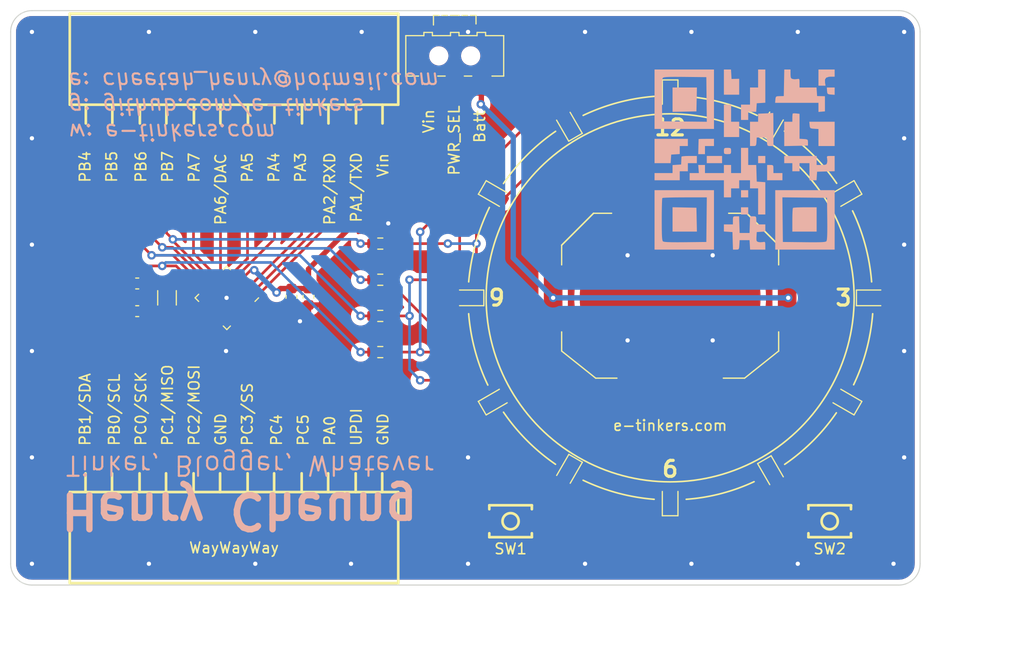
<source format=kicad_pcb>
(kicad_pcb (version 20211014) (generator pcbnew)
  (layers (0 "F.Cu" signal) (31 "B.Cu" signal) (34 "B.Paste" user) (35 "F.Paste" user) (36 "B.SilkS" user "B.Silkscreen") (37 "F.SilkS" user "F.Silkscreen") (38 "B.Mask" user) (39 "F.Mask" user) (44 "Edge.Cuts" user))
  (net 0 "")
  (net 1 "TOSC2")
  (net 2 "GND")
  (net 3 "TOSC1")
  (net 4 "VCC")
  (net 5 "Net-(D1-Pad1)")
  (net 6 "Net-(D1-Pad2)")
  (net 7 "Vin")
  (net 8 "PA3")
  (net 9 "PA4")
  (net 10 "PA5")
  (net 11 "PA6{slash}DAC")
  (net 12 "PA7")
  (net 13 "PB7")
  (net 14 "PB6")
  (net 15 "PB5")
  (net 16 "PB4")
  (net 17 "PB1{slash}SDA")
  (net 18 "PB0{slash}SCL")
  (net 19 "PC5")
  (net 20 "PC4")
  (net 21 "PC3{slash}SS")
  (net 22 "PC2{slash}MOSI")
  (net 23 "PC1{slash}MISO")
  (net 24 "PC0{slash}SCK")
  (net 25 "Net-(BT1-PadP1)")
  (net 26 "Net-(D3-Pad1)")
  (net 27 "Net-(D10-Pad2)")
  (net 28 "PA1{slash}TXD")
  (net 29 "PA2{slash}RXD")
  (net 30 "PA0")
  (footprint "LED_SMD:LED_0603_1608Metric" (layer "F.Cu") (at 131.625 77.366 -30)
    (fp_text reference "D10")
    (fp_text value "10")
    (pad "1" smd roundrect (at -0.7875 0 330) (size 0.875 0.95) (layers "F.Cu" "F.Paste" "F.Mask") (net 5 "Net-(D1-Pad1)"))
    (pad "2" smd roundrect (at 0.7875 0 330) (size 0.875 0.95) (layers "F.Cu" "F.Paste" "F.Mask") (net 27 "Net-(D10-Pad2)"))
  )
  (footprint "easyeda2kicad:XKB_Connection_TS-1185-B-A-B-A" (layer "F.Cu") (at 133 108 180)
    (fp_text reference "SW1" (at 0 -2.6) (layer "F.SilkS"))
    (fp_text value "SW_Push")
    (pad "1" smd rect (at -2.2 0 180) (size 1.35 2) (layers "F.Cu" "F.Paste" "F.Mask") (net 2 "GND"))
    (pad "2" smd rect (at 2.2 0 180) (size 1.35 2) (layers "F.Cu" "F.Paste" "F.Mask") (net 19 "PC5"))
  )
  (footprint "Package_DFN_QFN:QFN-24-1EP_4x4mm_P0.5mm_EP2.6x2.6mm" (layer "F.Cu") (at 106.325 87 -135)
    (fp_text reference "U1")
    (fp_text value "ATtiny3227-M")
    (pad "1" smd roundrect (at -1.9375 -1.25 225) (size 0.825 0.25) (layers "F.Cu" "F.Paste" "F.Mask") (net 29 "PA2{slash}RXD"))
    (pad "2" smd roundrect (at -1.9375 -0.75 225) (size 0.825 0.25) (layers "F.Cu" "F.Paste" "F.Mask") (net 8 "PA3"))
    (pad "3" smd roundrect (at -1.9375 -0.25 225) (size 0.825 0.25) (layers "F.Cu" "F.Paste" "F.Mask") (net 2 "GND"))
    (pad "4" smd roundrect (at -1.9375 0.25 225) (size 0.825 0.25) (layers "F.Cu" "F.Paste" "F.Mask") (net 4 "VCC"))
    (pad "5" smd roundrect (at -1.9375 0.75 225) (size 0.825 0.25) (layers "F.Cu" "F.Paste" "F.Mask") (net 9 "PA4"))
    (pad "6" smd roundrect (at -1.9375 1.25 225) (size 0.825 0.25) (layers "F.Cu" "F.Paste" "F.Mask") (net 10 "PA5"))
    (pad "7" smd roundrect (at -1.25 1.9375 225) (size 0.25 0.825) (layers "F.Cu" "F.Paste" "F.Mask") (net 11 "PA6{slash}DAC"))
    (pad "8" smd roundrect (at -0.75 1.9375 225) (size 0.25 0.825) (layers "F.Cu" "F.Paste" "F.Mask") (net 12 "PA7"))
    (pad "9" smd roundrect (at -0.25 1.9375 225) (size 0.25 0.825) (layers "F.Cu" "F.Paste" "F.Mask") (net 13 "PB7"))
    (pad "10" smd roundrect (at 0.25 1.9375 225) (size 0.25 0.825) (layers "F.Cu" "F.Paste" "F.Mask") (net 14 "PB6"))
    (pad "11" smd roundrect (at 0.75 1.9375 225) (size 0.25 0.825) (layers "F.Cu" "F.Paste" "F.Mask") (net 15 "PB5"))
    (pad "12" smd roundrect (at 1.25 1.9375 225) (size 0.25 0.825) (layers "F.Cu" "F.Paste" "F.Mask") (net 16 "PB4"))
    (pad "13" smd roundrect (at 1.9375 1.25 225) (size 0.825 0.25) (layers "F.Cu" "F.Paste" "F.Mask") (net 3 "TOSC1"))
    (pad "14" smd roundrect (at 1.9375 0.75 225) (size 0.825 0.25) (layers "F.Cu" "F.Paste" "F.Mask") (net 1 "TOSC2"))
    (pad "15" smd roundrect (at 1.9375 0.25 225) (size 0.825 0.25) (layers "F.Cu" "F.Paste" "F.Mask") (net 17 "PB1{slash}SDA"))
    (pad "16" smd roundrect (at 1.9375 -0.25 225) (size 0.825 0.25) (layers "F.Cu" "F.Paste" "F.Mask") (net 18 "PB0{slash}SCL"))
    (pad "17" smd roundrect (at 1.9375 -0.75 225) (size 0.825 0.25) (layers "F.Cu" "F.Paste" "F.Mask") (net 24 "PC0{slash}SCK"))
    (pad "18" smd roundrect (at 1.9375 -1.25 225) (size 0.825 0.25) (layers "F.Cu" "F.Paste" "F.Mask") (net 23 "PC1{slash}MISO"))
    (pad "19" smd roundrect (at 1.25 -1.9375 225) (size 0.25 0.825) (layers "F.Cu" "F.Paste" "F.Mask") (net 22 "PC2{slash}MOSI"))
    (pad "20" smd roundrect (at 0.75 -1.9375 225) (size 0.25 0.825) (layers "F.Cu" "F.Paste" "F.Mask") (net 21 "PC3{slash}SS"))
    (pad "21" smd roundrect (at 0.25 -1.9375 225) (size 0.25 0.825) (layers "F.Cu" "F.Paste" "F.Mask") (net 20 "PC4"))
    (pad "22" smd roundrect (at -0.25 -1.9375 225) (size 0.25 0.825) (layers "F.Cu" "F.Paste" "F.Mask") (net 19 "PC5"))
    (pad "23" smd roundrect (at -0.75 -1.9375 225) (size 0.25 0.825) (layers "F.Cu" "F.Paste" "F.Mask") (net 30 "PA0"))
    (pad "24" smd roundrect (at -1.25 -1.9375 225) (size 0.25 0.825) (layers "F.Cu" "F.Paste" "F.Mask") (net 28 "PA1{slash}TXD"))
    (pad "25" smd rect (at 0 0 225) (size 2.6 2.6) (layers "F.Cu" "F.Mask") (net 2 "GND"))
  )
  (footprint "Capacitor_SMD:C_0603_1608Metric" (layer "F.Cu") (at 114 86.9 -90)
    (fp_text reference "C4")
    (fp_text value "100nF")
    (pad "1" smd roundrect (at -0.775 0 270) (size 0.9 0.95) (layers "F.Cu" "F.Paste" "F.Mask") (net 4 "VCC"))
    (pad "2" smd roundrect (at 0.775 0 270) (size 0.9 0.95) (layers "F.Cu" "F.Paste" "F.Mask") (net 2 "GND"))
  )
  (footprint "Resistor_SMD:R_0603_1608Metric" (layer "F.Cu") (at 120.75 81.9)
    (fp_text reference "R4")
    (fp_text value "1.5k")
    (pad "1" smd roundrect (at -0.825 0) (size 0.8 0.95) (layers "F.Cu" "F.Paste" "F.Mask") (net 13 "PB7"))
    (pad "2" smd roundrect (at 0.825 0) (size 0.8 0.95) (layers "F.Cu" "F.Paste" "F.Mask") (net 27 "Net-(D10-Pad2)"))
  )
  (footprint "LED_SMD:LED_0603_1608Metric" (layer "F.Cu") (at 138.36 70.62 120)
    (fp_text reference "D11")
    (fp_text value "11")
    (pad "1" smd roundrect (at -0.7875 0 120) (size 0.875 0.95) (layers "F.Cu" "F.Paste" "F.Mask") (net 27 "Net-(D10-Pad2)"))
    (pad "2" smd roundrect (at 0.7875 0 120) (size 0.875 0.95) (layers "F.Cu" "F.Paste" "F.Mask") (net 6 "Net-(D1-Pad2)"))
  )
  (footprint "Resistor_SMD:R_0603_1608Metric" (layer "F.Cu") (at 120.75 88.7)
    (fp_text reference "R2")
    (fp_text value "1.5k")
    (pad "1" smd roundrect (at -0.825 0) (size 0.8 0.95) (layers "F.Cu" "F.Paste" "F.Mask") (net 15 "PB5"))
    (pad "2" smd roundrect (at 0.825 0) (size 0.8 0.95) (layers "F.Cu" "F.Paste" "F.Mask") (net 5 "Net-(D1-Pad1)"))
  )
  (footprint "easyeda2kicad:HDR-SMD_12P-P2.54-H-F-L11.5" (layer "F.Cu") (at 107 71.8425 180)
    (fp_text reference "J1")
    (fp_text value "Conn_01x12_Female")
    (pad "1" smd rect (at -13.97 0 180) (size 1 2) (layers "F.Cu" "F.Paste" "F.Mask") (net 7 "Vin"))
    (pad "2" smd rect (at -11.43 0 180) (size 1 2) (layers "F.Cu" "F.Paste" "F.Mask") (net 28 "PA1{slash}TXD"))
    (pad "3" smd rect (at -8.89 0 180) (size 1 2) (layers "F.Cu" "F.Paste" "F.Mask") (net 29 "PA2{slash}RXD"))
    (pad "4" smd rect (at -6.35 0 180) (size 1 2) (layers "F.Cu" "F.Paste" "F.Mask") (net 8 "PA3"))
    (pad "5" smd rect (at -3.81 0 180) (size 1 2) (layers "F.Cu" "F.Paste" "F.Mask") (net 9 "PA4"))
    (pad "6" smd rect (at -1.27 0 180) (size 1 2) (layers "F.Cu" "F.Paste" "F.Mask") (net 10 "PA5"))
    (pad "7" smd rect (at 1.27 0 180) (size 1 2) (layers "F.Cu" "F.Paste" "F.Mask") (net 11 "PA6{slash}DAC"))
    (pad "8" smd rect (at 3.81 0 180) (size 1 2) (layers "F.Cu" "F.Paste" "F.Mask") (net 12 "PA7"))
    (pad "9" smd rect (at 6.35 0 180) (size 1 2) (layers "F.Cu" "F.Paste" "F.Mask") (net 13 "PB7"))
    (pad "10" smd rect (at 8.89 0 180) (size 1 2) (layers "F.Cu" "F.Paste" "F.Mask") (net 14 "PB6"))
    (pad "11" smd rect (at 11.43 0 180) (size 1 2) (layers "F.Cu" "F.Paste" "F.Mask") (net 15 "PB5"))
    (pad "12" smd rect (at 13.97 0 180) (size 1 2) (layers "F.Cu" "F.Paste" "F.Mask") (net 16 "PB4"))
  )
  (footprint "Resistor_SMD:R_0603_1608Metric" (layer "F.Cu") (at 120.75 85.3)
    (fp_text reference "R3")
    (fp_text value "1.5k")
    (pad "1" smd roundrect (at -0.825 0) (size 0.8 0.95) (layers "F.Cu" "F.Paste" "F.Mask") (net 14 "PB6"))
    (pad "2" smd roundrect (at 0.825 0) (size 0.8 0.95) (layers "F.Cu" "F.Paste" "F.Mask") (net 26 "Net-(D3-Pad1)"))
  )
  (footprint "Resistor_SMD:R_0603_1608Metric" (layer "F.Cu") (at 120.75 92.1)
    (fp_text reference "R1")
    (fp_text value "1.5k")
    (pad "1" smd roundrect (at -0.825 0) (size 0.8 0.95) (layers "F.Cu" "F.Paste" "F.Mask") (net 16 "PB4"))
    (pad "2" smd roundrect (at 0.825 0) (size 0.8 0.95) (layers "F.Cu" "F.Paste" "F.Mask") (net 6 "Net-(D1-Pad2)"))
  )
  (footprint "LED_SMD:LED_0603_1608Metric" (layer "F.Cu") (at 148 68 -90)
    (fp_text reference "D12")
    (fp_text value "12" (at 3 0 180) (layer "F.SilkS") (effects (font (size 1.5 1.5) (thickness 0.3))))
    (pad "1" smd roundrect (at -0.7875 0 270) (size 0.875 0.95) (layers "F.Cu" "F.Paste" "F.Mask") (net 6 "Net-(D1-Pad2)"))
    (pad "2" smd roundrect (at 0.7875 0 270) (size 0.875 0.95) (layers "F.Cu" "F.Paste" "F.Mask") (net 27 "Net-(D10-Pad2)"))
  )
  (footprint "Capacitor_SMD:C_0603_1608Metric" (layer "F.Cu") (at 97.9 88.25 180)
    (fp_text reference "C1")
    (fp_text value "18pF")
    (pad "1" smd roundrect (at -0.775 0 180) (size 0.9 0.95) (layers "F.Cu" "F.Paste" "F.Mask") (net 1 "TOSC2"))
    (pad "2" smd roundrect (at 0.775 0 180) (size 0.9 0.95) (layers "F.Cu" "F.Paste" "F.Mask") (net 2 "GND"))
  )
  (footprint "LED_SMD:LED_0603_1608Metric" (layer "F.Cu") (at 167 87)
    (fp_text reference "D3")
    (fp_text value "3" (at -2.7 0) (layer "F.SilkS") (effects (font (size 1.5 1.5) (thickness 0.3))))
    (pad "1" smd roundrect (at -0.7875 0) (size 0.875 0.95) (layers "F.Cu" "F.Paste" "F.Mask") (net 26 "Net-(D3-Pad1)"))
    (pad "2" smd roundrect (at 0.7875 0) (size 0.875 0.95) (layers "F.Cu" "F.Paste" "F.Mask") (net 5 "Net-(D1-Pad1)"))
  )
  (footprint "LED_SMD:LED_0603_1608Metric" (layer "F.Cu") (at 164.37 77.36 -150)
    (fp_text reference "D2")
    (fp_text value "2")
    (pad "1" smd roundrect (at -0.7875 0 210) (size 0.875 0.95) (layers "F.Cu" "F.Paste" "F.Mask") (net 6 "Net-(D1-Pad2)"))
    (pad "2" smd roundrect (at 0.7875 0 210) (size 0.875 0.95) (layers "F.Cu" "F.Paste" "F.Mask") (net 5 "Net-(D1-Pad1)"))
  )
  (footprint "LED_SMD:LED_0603_1608Metric" (layer "F.Cu") (at 157.6 70.6 60)
    (fp_text reference "D1")
    (fp_text value "1" hide)
    (pad "1" smd roundrect (at -0.7875 0 60) (size 0.875 0.95) (layers "F.Cu" "F.Paste" "F.Mask") (net 5 "Net-(D1-Pad1)"))
    (pad "2" smd roundrect (at 0.7875 0 60) (size 0.875 0.95) (layers "F.Cu" "F.Paste" "F.Mask") (net 6 "Net-(D1-Pad2)"))
  )
  (footprint "easyeda2kicad:XKB_Connection_TS-1185-B-A-B-A" (layer "F.Cu") (at 163 108 180)
    (fp_text reference "SW2" (at 0 -2.6) (layer "F.SilkS"))
    (fp_text value "SW_Push")
    (pad "1" smd rect (at -2.2 0 180) (size 1.35 2) (layers "F.Cu" "F.Paste" "F.Mask") (net 2 "GND"))
    (pad "2" smd rect (at 2.2 0 180) (size 1.35 2) (layers "F.Cu" "F.Paste" "F.Mask") (net 20 "PC4"))
  )
  (footprint "LED_SMD:LED_0603_1608Metric" (layer "F.Cu") (at 164.37 96.63 150)
    (fp_text reference "D4")
    (fp_text value "4")
    (pad "1" smd roundrect (at -0.7875 0 150) (size 0.875 0.95) (layers "F.Cu" "F.Paste" "F.Mask") (net 5 "Net-(D1-Pad1)"))
    (pad "2" smd roundrect (at 0.7875 0 150) (size 0.875 0.95) (layers "F.Cu" "F.Paste" "F.Mask") (net 26 "Net-(D3-Pad1)"))
  )
  (footprint "Crystal:Crystal_SMD_3215-2Pin_3.2x1.5mm" (layer "F.Cu") (at 100.7 87 -90)
    (fp_text reference "Y1")
    (fp_text value "32.768kHz")
    (pad "1" smd rect (at 1.25 0 270) (size 1 1.8) (layers "F.Cu" "F.Paste" "F.Mask") (net 1 "TOSC2"))
    (pad "2" smd rect (at -1.25 0 270) (size 1 1.8) (layers "F.Cu" "F.Paste" "F.Mask") (net 3 "TOSC1"))
  )
  (footprint "my_library:BatteryHolder_CR2016_SMD" (layer "F.Cu") (at 148 87 180)
    (fp_text reference "BT1")
    (fp_text value "CR2016")
    (pad "N" smd circle (at 0 0 180) (size 17 17) (layers "F.Cu" "F.Mask") (net 2 "GND"))
    (pad "P1" smd rect (at -11 0 180) (size 1.75 5.6) (layers "F.Cu" "F.Paste" "F.Mask") (net 25 "Net-(BT1-PadP1)"))
    (pad "P2" smd rect (at 11 0 180) (size 1.75 5.6) (layers "F.Cu" "F.Paste" "F.Mask") (net 25 "Net-(BT1-PadP1)"))
  )
  (footprint "LED_SMD:LED_0603_1608Metric" (layer "F.Cu") (at 138.37 103.37 -120)
    (fp_text reference "D7")
    (fp_text value "7")
    (pad "1" smd roundrect (at -0.7875 0 240) (size 0.875 0.95) (layers "F.Cu" "F.Paste" "F.Mask") (net 26 "Net-(D3-Pad1)"))
    (pad "2" smd roundrect (at 0.7875 0 240) (size 0.875 0.95) (layers "F.Cu" "F.Paste" "F.Mask") (net 6 "Net-(D1-Pad2)"))
  )
  (footprint "LED_SMD:LED_0603_1608Metric" (layer "F.Cu") (at 157.6 103.5 -60)
    (fp_text reference "D5")
    (fp_text value "5")
    (pad "1" smd roundrect (at -0.7875 0 300) (size 0.875 0.95) (layers "F.Cu" "F.Paste" "F.Mask") (net 27 "Net-(D10-Pad2)"))
    (pad "2" smd roundrect (at 0.7875 0 300) (size 0.875 0.95) (layers "F.Cu" "F.Paste" "F.Mask") (net 26 "Net-(D3-Pad1)"))
  )
  (footprint "my_library:SW_SPDT_XKB_SK-3390A-L1" (layer "F.Cu") (at 127.75 64.25 180)
    (fp_text reference "SW3")
    (fp_text value "PWR_SEL" (at 0.05 -7.95 90) (layer "F.SilkS"))
    (pad "" np_thru_hole circle (at -1.5 0 180) (size 0.8 0.8) (drill 0.8) (layers *.Cu *.Mask))
    (pad "" np_thru_hole circle (at 1.5 0 180) (size 0.8 0.8) (drill 0.8) (layers *.Cu *.Mask))
    (pad "1" smd rect (at -2.5 -2.75 180) (size 1.5 2) (layers "F.Cu" "F.Paste" "F.Mask") (net 25 "Net-(BT1-PadP1)"))
    (pad "2" smd rect (at 0 -2.75 180) (size 1.5 2) (layers "F.Cu" "F.Paste" "F.Mask") (net 4 "VCC"))
    (pad "3" smd rect (at 2.5 -2.75 180) (size 1.5 2) (layers "F.Cu" "F.Paste" "F.Mask") (net 7 "Vin"))
  )
  (footprint "Capacitor_SMD:C_0603_1608Metric" (layer "F.Cu") (at 112.4 86.9 -90)
    (fp_text reference "C3")
    (fp_text value "1uF")
    (pad "1" smd roundrect (at -0.775 0 270) (size 0.9 0.95) (layers "F.Cu" "F.Paste" "F.Mask") (net 4 "VCC"))
    (pad "2" smd roundrect (at 0.775 0 270) (size 0.9 0.95) (layers "F.Cu" "F.Paste" "F.Mask") (net 2 "GND"))
  )
  (footprint "LED_SMD:LED_0603_1608Metric" (layer "F.Cu") (at 131.62 96.63 30)
    (fp_text reference "D8")
    (fp_text value "8")
    (pad "1" smd roundrect (at -0.7875 0 30) (size 0.875 0.95) (layers "F.Cu" "F.Paste" "F.Mask") (net 6 "Net-(D1-Pad2)"))
    (pad "2" smd roundrect (at 0.7875 0 30) (size 0.875 0.95) (layers "F.Cu" "F.Paste" "F.Mask") (net 26 "Net-(D3-Pad1)"))
  )
  (footprint "LED_SMD:LED_0603_1608Metric" (layer "F.Cu") (at 129 87 180)
    (fp_text reference "D9")
    (fp_text value "9" (at -2.7 0) (layer "F.SilkS") (effects (font (size 1.5 1.5) (thickness 0.3))))
    (pad "1" smd roundrect (at -0.7875 0 180) (size 0.875 0.95) (layers "F.Cu" "F.Paste" "F.Mask") (net 27 "Net-(D10-Pad2)"))
    (pad "2" smd roundrect (at 0.7875 0 180) (size 0.875 0.95) (layers "F.Cu" "F.Paste" "F.Mask") (net 5 "Net-(D1-Pad1)"))
  )
  (footprint "easyeda2kicad:HDR-SMD_12P-P2.54-H-F-L11.5" (layer "F.Cu") (at 107 102.2575)
    (fp_text reference "J2")
    (fp_text value "Conn_01x12_Female")
    (pad "1" smd rect (at -13.97 0) (size 1 2) (layers "F.Cu" "F.Paste" "F.Mask") (net 17 "PB1{slash}SDA"))
    (pad "2" smd rect (at -11.43 0) (size 1 2) (layers "F.Cu" "F.Paste" "F.Mask") (net 18 "PB0{slash}SCL"))
    (pad "3" smd rect (at -8.89 0) (size 1 2) (layers "F.Cu" "F.Paste" "F.Mask") (net 24 "PC0{slash}SCK"))
    (pad "4" smd rect (at -6.35 0) (size 1 2) (layers "F.Cu" "F.Paste" "F.Mask") (net 23 "PC1{slash}MISO"))
    (pad "5" smd rect (at -3.81 0) (size 1 2) (layers "F.Cu" "F.Paste" "F.Mask") (net 22 "PC2{slash}MOSI"))
    (pad "6" smd rect (at -1.27 0) (size 1 2) (layers "F.Cu" "F.Paste" "F.Mask") (net 2 "GND"))
    (pad "7" smd rect (at 1.27 0) (size 1 2) (layers "F.Cu" "F.Paste" "F.Mask") (net 21 "PC3{slash}SS"))
    (pad "8" smd rect (at 3.81 0) (size 1 2) (layers "F.Cu" "F.Paste" "F.Mask") (net 20 "PC4"))
    (pad "9" smd rect (at 6.35 0) (size 1 2) (layers "F.Cu" "F.Paste" "F.Mask") (net 19 "PC5"))
    (pad "10" smd rect (at 8.89 0) (size 1 2) (layers "F.Cu" "F.Paste" "F.Mask") (net 30 "PA0"))
    (pad "11" smd rect (at 11.43 0) (size 1 2) (layers "F.Cu" "F.Paste" "F.Mask") (net 30 "PA0"))
    (pad "12" smd rect (at 13.97 0) (size 1 2) (layers "F.Cu" "F.Paste" "F.Mask") (net 2 "GND"))
  )
  (footprint "LED_SMD:LED_0603_1608Metric" (layer "F.Cu") (at 148 106 90)
    (fp_text reference "D6")
    (fp_text value "6" (at 2.9 0 180) (layer "F.SilkS") (effects (font (size 1.5 1.5) (thickness 0.3))))
    (pad "1" smd roundrect (at -0.7875 0 90) (size 0.875 0.95) (layers "F.Cu" "F.Paste" "F.Mask") (net 26 "Net-(D3-Pad1)"))
    (pad "2" smd roundrect (at 0.7875 0 90) (size 0.875 0.95) (layers "F.Cu" "F.Paste" "F.Mask") (net 27 "Net-(D10-Pad2)"))
  )
  (footprint "Capacitor_SMD:C_0603_1608Metric" (layer "F.Cu") (at 97.9 85.65 180)
    (fp_text reference "C2")
    (fp_text value "18pF")
    (pad "1" smd roundrect (at -0.775 0 180) (size 0.9 0.95) (layers "F.Cu" "F.Paste" "F.Mask") (net 3 "TOSC1"))
    (pad "2" smd roundrect (at 0.775 0 180) (size 0.9 0.95) (layers "F.Cu" "F.Paste" "F.Mask") (net 2 "GND"))
  )
  (footprint "LOGO" (layer "B.Cu") (at 155 74)
    (fp_text reference "G***")
    (fp_text value "LOGO" hide)
  )
  (gr_arc (start 149.487 68.058) (mid 152.913785 68.646184) (end 156.176 69.849) (layer "F.SilkS") (width 0.15))
  (gr_circle (center 148 87) (end 165.3 87) (layer "F.SilkS") (width 0.15) (fill none))
  (gr_arc (start 167.04 88.495) (mid 166.451673 91.914739) (end 165.25 95.17) (layer "F.SilkS") (width 0.15))
  (gr_arc (start 163.625 97.809) (mid 161.419096 100.454648) (end 158.768 102.654) (layer "F.SilkS") (width 0.15))
  (gr_arc (start 129.06 85.497) (mid 129.711671 81.910594) (end 131.006 78.503) (layer "F.SilkS") (width 0.15))
  (gr_arc (start 165.151 78.824) (mid 166.352081 82.078307) (end 166.94 85.497) (layer "F.SilkS") (width 0.15))
  (gr_arc (start 146.496 105.94) (mid 143.075715 105.351219) (end 139.82 104.149) (layer "F.SilkS") (width 0.15))
  (gr_arc (start 132.331 76.253) (mid 134.555555 73.574377) (end 137.231 71.346) (layer "F.SilkS") (width 0.15))
  (gr_arc (start 137.222 102.647) (mid 134.55306 100.423572) (end 132.334 97.751) (layer "F.SilkS") (width 0.15))
  (gr_arc (start 158.743 71.329) (mid 161.423761 73.554871) (end 163.654 76.232) (layer "F.SilkS") (width 0.15))
  (gr_arc (start 130.859 95.198) (mid 129.651041 91.929198) (end 129.059 88.495) (layer "F.SilkS") (width 0.15))
  (gr_arc (start 139.823 69.849) (mid 143.085215 68.646184) (end 146.512 68.058) (layer "F.SilkS") (width 0.15))
  (gr_arc (start 155.892 104.283) (mid 152.777583 105.404166) (end 149.511 105.939) (layer "F.SilkS") (width 0.15))
  (gr_line (start 171.5 62) (end 171.5 112) (layer "Edge.Cuts") (width 0.1))
  (gr_arc (start 171.5 112) (mid 170.914214 113.414214) (end 169.5 114) (layer "Edge.Cuts") (width 0.1))
  (gr_line (start 88 60) (end 169.5 60) (layer "Edge.Cuts") (width 0.1))
  (gr_arc (start 169.5 60) (mid 170.914214 60.585786) (end 171.5 62) (layer "Edge.Cuts") (width 0.1))
  (gr_line (start 169.5 114) (end 88 114) (layer "Edge.Cuts") (width 0.1))
  (gr_arc (start 86 62) (mid 86.585786 60.585786) (end 88 60) (layer "Edge.Cuts") (width 0.1))
  (gr_line (start 86 112) (end 86 62) (layer "Edge.Cuts") (width 0.1))
  (gr_arc (start 88 114) (mid 86.585786 113.414214) (end 86 112) (layer "Edge.Cuts") (width 0.1))
  (gr_text "w: e-tinkers.com\ng: github.com/e-tinkers\ne: cheetah_henry@hotmail.com" (at 91.25 69 180) (layer "B.SilkS") (effects (font (size 1.5 1.5) (thickness 0.2) italic) (justify left mirror)))
  (gr_text "Henry Cheung" (at 107.5 107 180) (layer "B.SilkS") (effects (font (size 3.2 3.2) (thickness 0.6)) (justify mirror)))
  (gr_text "Tinker, Blogger, Whatever" (at 108.5 102.75 180) (layer "B.SilkS") (effects (font (size 1.8 1.8) (thickness 0.2)) (justify mirror)))
  (gr_text "PC5" (at 113.5 101 90) (layer "F.SilkS") (effects (font (size 1 1)) (justify left)))
  (gr_text "WayWayWay" (at 107 110.5) (layer "F.SilkS") (effects (font (size 1 1))))
  (gr_text "PB1/SDA" (at 93 101 90) (layer "F.SilkS") (effects (font (size 1 1)) (justify left)))
  (gr_text "Vin" (at 121 75.75 90) (layer "F.SilkS") (effects (font (size 1 1)) (justify left)))
  (gr_text "Vin" (at 125.3 70.4 90) (layer "F.SilkS") (effects (font (size 1 1))))
  (gr_text "PB6" (at 98.25 76.25 90) (layer "F.SilkS") (effects (font (size 1 1)) (justify left)))
  (gr_text "Batt" (at 130.1 70.9 90) (layer "F.SilkS") (effects (font (size 1 1))))
  (gr_text "GND" (at 105.75 97.75 90) (layer "F.SilkS") (effects (font (size 1 1)) (justify right)))
  (gr_text "PA5" (at 108.25 76.25 90) (layer "F.SilkS") (effects (font (size 1 1)) (justify left)))
  (gr_text "PC0/SCK" (at 98.25 101 90) (layer "F.SilkS") (effects (font (size 1 1)) (justify left)))
  (gr_text "PA6/DAC" (at 105.75 80.25 90) (layer "F.SilkS") (effects (font (size 1 1)) (justify left)))
  (gr_text "GND" (at 121 101 90) (layer "F.SilkS") (effects (font (size 1 1)) (justify left)))
  (gr_text "PB0/SCL" (at 95.75 101 90) (layer "F.SilkS") (effects (font (size 1 1)) (justify left)))
  (gr_text "UPDI" (at 118.5 101 90) (layer "F.SilkS") (effects (font (size 1 1)) (justify left)))
  (gr_text "PC4" (at 111 101 90) (layer "F.SilkS") (effects (font (size 1 1)) (justify left)))
  (gr_text "PC3/SS" (at 108.25 101 90) (layer "F.SilkS") (effects (font (size 1 1)) (justify left)))
  (gr_text "PA0" (at 116 101 90) (layer "F.SilkS") (effects (font (size 1 1)) (justify left)))
  (gr_text "PB5" (at 95.5 76.25 90) (layer "F.SilkS") (effects (font (size 1 1)) (justify left)))
  (gr_text "PA2/RXD" (at 116 80.25 90) (layer "F.SilkS") (effects (font (size 1 1)) (justify left)))
  (gr_text "PB7" (at 100.75 76.25 90) (layer "F.SilkS") (effects (font (size 1 1)) (justify left)))
  (gr_text "PA7" (at 103.25 76.25 90) (layer "F.SilkS") (effects (font (size 1 1)) (justify left)))
  (gr_text "PA4" (at 110.75 76.25 90) (layer "F.SilkS") (effects (font (size 1 1)) (justify left)))
  (gr_text "e-tinkers.com" (at 148 99) (layer "F.SilkS") (effects (font (size 1 1))))
  (gr_text "PC1/MISO" (at 100.75 101 90) (layer "F.SilkS") (effects (font (size 1 1)) (justify left)))
  (gr_text "PC2/MOSI" (at 103.25 101 90) (layer "F.SilkS") (effects (font (size 1 1)) (justify left)))
  (gr_text "PA3" (at 113.25 76.25 90) (layer "F.SilkS") (effects (font (size 1 1)) (justify left)))
  (gr_text "PB4" (at 93 76.25 90) (layer "F.SilkS") (effects (font (size 1 1)) (justify left)))
  (gr_text "PA1/TXD" (at 118.5 80 90) (layer "F.SilkS") (effects (font (size 1 1)) (justify left)))
  (segment (start 98.675 88.25) (end 100.7 88.25) (width 0.25) (layer "F.Cu") (net 1))
  (segment (start 100.7 88.25) (end 104.01434 88.25) (width 0.25) (layer "F.Cu") (net 1))
  (segment (start 104.01434 88.25) (end 104.424651 87.839689) (width 0.25) (layer "F.Cu") (net 1))
  (segment (start 106.325 87) (end 106.678553 87) (width 0.25) (layer "F.Cu") (net 2))
  (segment (start 106.678553 87) (end 107.871796 85.806757) (width 0.25) (layer "F.Cu") (net 2))
  (via (at 129 62) (size 0.8) (drill 0.4) (layers "F.Cu" "B.Cu") (net 2))
  (via (at 88 112) (size 0.8) (drill 0.4) (layers "F.Cu" "B.Cu") (net 2))
  (via (at 160 62) (size 0.8) (drill 0.4) (layers "F.Cu" "B.Cu") (net 2))
  (via (at 119 62) (size 0.8) (drill 0.4) (layers "F.Cu" "B.Cu") (net 2))
  (via (at 88 62) (size 0.8) (drill 0.4) (layers "F.Cu" "B.Cu") (net 2))
  (via (at 129 102) (size 0.8) (drill 0.4) (layers "F.Cu" "B.Cu") (net 2))
  (via (at 106.3 87) (size 0.8) (drill 0.4) (layers "F.Cu" "B.Cu") (net 2))
  (via (at 144 91) (size 0.8) (drill 0.4) (layers "F.Cu" "B.Cu") (net 2))
  (via (at 160 112) (size 0.8) (drill 0.4) (layers "F.Cu" "B.Cu") (net 2))
  (via (at 118 112) (size 0.8) (drill 0.4) (layers "F.Cu" "B.Cu") (net 2))
  (via (at 88 72) (size 0.8) (drill 0.4) (layers "F.Cu" "B.Cu") (net 2))
  (via (at 88 82) (size 0.8) (drill 0.4) (layers "F.Cu" "B.Cu") (net 2))
  (via (at 170 92) (size 0.8) (drill 0.4) (layers "F.Cu" "B.Cu") (net 2))
  (via (at 169 112) (size 0.8) (drill 0.4) (layers "F.Cu" "B.Cu") (net 2))
  (via (at 170 62) (size 0.8) (drill 0.4) (layers "F.Cu" "B.Cu") (net 2))
  (via (at 170 72) (size 0.8) (drill 0.4) (layers "F.Cu" "B.Cu") (net 2))
  (via (at 88 92) (size 0.8) (drill 0.4) (layers "F.Cu" "B.Cu") (net 2))
  (via (at 109 62) (size 0.8) (drill 0.4) (layers "F.Cu" "B.Cu") (net 2))
  (via (at 113.2 89.2) (size 0.8) (drill 0.4) (layers "F.Cu" "B.Cu") (net 2))
  (via (at 140 62) (size 0.8) (drill 0.4) (layers "F.Cu" "B.Cu") (net 2))
  (via (at 106.25 92) (size 0.8) (drill 0.4) (layers "F.Cu" "B.Cu") (net 2))
  (via (at 129 112) (size 0.8) (drill 0.4) (layers "F.Cu" "B.Cu") (net 2))
  (via (at 144 83) (size 0.8) (drill 0.4) (layers "F.Cu" "B.Cu") (net 2))
  (via (at 170 102) (size 0.8) (drill 0.4) (layers "F.Cu" "B.Cu") (net 2))
  (via (at 99 112) (size 0.8) (drill 0.4) (layers "F.Cu" "B.Cu") (net 2))
  (via (at 140 112) (size 0.8) (drill 0.4) (layers "F.Cu" "B.Cu") (net 2))
  (via (at 150 112) (size 0.8) (drill 0.4) (layers "F.Cu" "B.Cu") (net 2))
  (via (at 88 102) (size 0.8) (drill 0.4) (layers "F.Cu" "B.Cu") (net 2))
  (via (at 152 83) (size 0.8) (drill 0.4) (layers "F.Cu" "B.Cu") (net 2))
  (via (at 150 62) (size 0.8) (drill 0.4) (layers "F.Cu" "B.Cu") (net 2))
  (via (at 99 62) (size 0.8) (drill 0.4) (layers "F.Cu" "B.Cu") (net 2))
  (via (at 152 91) (size 0.8) (drill 0.4) (layers "F.Cu" "B.Cu") (net 2))
  (via (at 121.5 80) (size 0.8) (drill 0.4) (layers "F.Cu" "B.Cu") (net 2))
  (via (at 170 82) (size 0.8) (drill 0.4) (layers "F.Cu" "B.Cu") (net 2))
  (via (at 109 112) (size 0.8) (drill 0.4) (layers "F.Cu" "B.Cu") (net 2))
  (segment (start 98.675 85.65) (end 100.6 85.65) (width 0.25) (layer "F.Cu") (net 3))
  (segment (start 104.071097 87.486136) (end 102.334961 85.75) (width 0.25) (layer "F.Cu") (net 3))
  (segment (start 100.6 85.65) (end 100.7 85.75) (width 0.25) (layer "F.Cu") (net 3))
  (segment (start 102.334961 85.75) (end 100.7 85.75) (width 0.25) (layer "F.Cu") (net 3))
  (segment (start 112.4 86.125) (end 111.375 86.125) (width 0.5) (layer "F.Cu") (net 4))
  (segment (start 114 84.3) (end 127.75 70.55) (width 0.5) (layer "F.Cu") (net 4))
  (segment (start 127.75 70.55) (end 127.75 67) (width 0.5) (layer "F.Cu") (net 4))
  (segment (start 114 86.125) (end 112.4 86.125) (width 0.5) (layer "F.Cu") (net 4))
  (segment (start 114 86.125) (end 114 84.3) (width 0.5) (layer "F.Cu") (net 4))
  (segment (start 108.9 84.4) (end 108.571447 84.4) (width 0.25) (layer "F.Cu") (net 4))
  (segment (start 108.571447 84.4) (end 107.518243 85.453204) (width 0.25) (layer "F.Cu") (net 4))
  (segment (start 111.375 86.125) (end 111 86.5) (width 0.5) (layer "F.Cu") (net 4))
  (via (at 111 86.5) (size 0.8) (drill 0.4) (layers "F.Cu" "B.Cu") (net 4))
  (via (at 108.9 84.4) (size 0.8) (drill 0.4) (layers "F.Cu" "B.Cu") (net 4))
  (segment (start 111 86.5) (end 108.9 84.4) (width 0.5) (layer "B.Cu") (net 4))
  (segment (start 167.7875 94.288245) (end 165.051995 97.02375) (width 0.25) (layer "F.Cu") (net 5))
  (segment (start 165.051995 98.448005) (end 155.75 107.75) (width 0.25) (layer "F.Cu") (net 5))
  (segment (start 167.7875 81.853245) (end 167.7875 87) (width 0.25) (layer "F.Cu") (net 5))
  (segment (start 121.575 88.7) (end 123.5 88.7) (width 0.25) (layer "F.Cu") (net 5))
  (segment (start 163.688005 77.75375) (end 167.7875 81.853245) (width 0.25) (layer "F.Cu") (net 5))
  (segment (start 157.20625 71.281995) (end 157.21625 71.281995) (width 0.25) (layer "F.Cu") (net 5))
  (segment (start 167.7875 87) (end 167.7875 94.288245) (width 0.25) (layer "F.Cu") (net 5))
  (segment (start 155.75 107.75) (end 139.25 107.75) (width 0.25) (layer "F.Cu") (net 5))
  (segment (start 139.25 107.75) (end 126.25 94.75) (width 0.25) (layer "F.Cu") (net 5))
  (segment (start 126.25 94.75) (end 124.5 94.75) (width 0.25) (layer "F.Cu") (net 5))
  (segment (start 130.943005 76.97225) (end 128.2125 79.702755) (width 0.25) (layer "F.Cu") (net 5))
  (segment (start 128.2125 79.702755) (end 128.2125 87) (width 0.25) (layer "F.Cu") (net 5))
  (segment (start 157.21625 71.281995) (end 163.688005 77.75375) (width 0.25) (layer "F.Cu") (net 5))
  (segment (start 165.051995 97.02375) (end 165.051995 98.448005) (width 0.25) (layer "F.Cu") (net 5))
  (segment (start 123.5 85.3) (end 126.5125 85.3) (width 0.25) (layer "F.Cu") (net 5))
  (segment (start 126.5125 85.3) (end 128.2125 87) (width 0.25) (layer "F.Cu") (net 5))
  (via (at 123.5 88.7) (size 0.8) (drill 0.4) (layers "F.Cu" "B.Cu") (net 5))
  (via (at 124.5 94.75) (size 0.8) (drill 0.4) (layers "F.Cu" "B.Cu") (net 5))
  (via (at 123.5 85.3) (size 0.8) (drill 0.4) (layers "F.Cu" "B.Cu") (net 5))
  (segment (start 123.5 93.75) (end 124.5 94.75) (width 0.25) (layer "B.Cu") (net 5))
  (segment (start 123.5 88.7) (end 123.5 93.75) (width 0.25) (layer "B.Cu") (net 5))
  (segment (start 123.5 85.3) (end 123.5 88.7) (width 0.25) (layer "B.Cu") (net 5))
  (segment (start 124.5 80.8) (end 135.361995 69.938005) (width 0.25) (layer "F.Cu") (net 6))
  (segment (start 125.85 92.1) (end 130.77375 97.02375) (width 0.25) (layer "F.Cu") (net 6))
  (segment (start 130.938005 97.02375) (end 130.948005 97.02375) (width 0.25) (layer "F.Cu") (net 6))
  (segment (start 140.577128 67.327128) (end 137.96625 69.938005) (width 0.25) (layer "F.Cu") (net 6))
  (segment (start 157.99375 69.918005) (end 158.00375 69.918005) (width 0.25) (layer "F.Cu") (net 6))
  (segment (start 135.361995 69.938005) (end 137.96625 69.938005) (width 0.25) (layer "F.Cu") (net 6))
  (segment (start 148 67.2125) (end 155.288245 67.2125) (width 0.25) (layer "F.Cu") (net 6))
  (segment (start 158.00375 69.918005) (end 165.051995 76.96625) (width 0.25) (layer "F.Cu") (net 6))
  (segment (start 121.575 92.1) (end 124.5 92.1) (width 0.25) (layer "F.Cu") (net 6))
  (segment (start 130.77375 97.02375) (end 130.938005 97.02375) (width 0.25) (layer "F.Cu") (net 6))
  (segment (start 130.948005 97.02375) (end 137.97625 104.051995) (width 0.25) (layer "F.Cu") (net 6))
  (segment (start 124.5 92.1) (end 125.85 92.1) (width 0.25) (layer "F.Cu") (net 6))
  (segment (start 140.691756 67.2125) (end 140.577128 67.327128) (width 0.25) (layer "F.Cu") (net 6))
  (segment (start 140.691755 67.2125) (end 140.577128 67.327128) (width 0.25) (layer "F.Cu") (net 6))
  (segment (start 148 67.2125) (end 140.691756 67.2125) (width 0.25) (layer "F.Cu") (net 6))
  (segment (start 155.288245 67.2125) (end 157.99375 69.918005) (width 0.25) (layer "F.Cu") (net 6))
  (via (at 124.5 80.8) (size 0.8) (drill 0.4) (layers "F.Cu" "B.Cu") (net 6))
  (via (at 124.5 92.1) (size 0.8) (drill 0.4) (layers "F.Cu" "B.Cu") (net 6))
  (segment (start 124.5 80.8) (end 124.5 92.1) (width 0.25) (layer "B.Cu") (net 6))
  (segment (start 120.97 71.8425) (end 123.2575 71.8425) (width 0.5) (layer "F.Cu") (net 7))
  (segment (start 125.25 69.85) (end 125.25 67) (width 0.5) (layer "F.Cu") (net 7))
  (segment (start 123.2575 71.8425) (end 125.25 69.85) (width 0.5) (layer "F.Cu") (net 7))
  (segment (start 113.35 81.03566) (end 108.225349 86.160311) (width 0.25) (layer "F.Cu") (net 8))
  (segment (start 113.35 71.8425) (end 113.35 81.03566) (width 0.25) (layer "F.Cu") (net 8))
  (segment (start 110.81 71.8425) (end 110.81 81.39) (width 0.25) (layer "F.Cu") (net 9))
  (segment (start 110.81 81.45434) (end 107.164689 85.099651) (width 0.25) (layer "F.Cu") (net 9))
  (segment (start 110.81 81.39) (end 110.81 81.45434) (width 0.25) (layer "F.Cu") (net 9))
  (segment (start 108.27 83.287233) (end 106.811136 84.746097) (width 0.25) (layer "F.Cu") (net 10))
  (segment (start 108.27 71.8425) (end 108.27 83.357944) (width 0.25) (layer "F.Cu") (net 10))
  (segment (start 105.73 84.637233) (end 105.838864 84.746097) (width 0.25) (layer "F.Cu") (net 11))
  (segment (start 105.73 71.8425) (end 105.73 84.637233) (width 0.25) (layer "F.Cu") (net 11))
  (segment (start 103.19 71.8425) (end 103.19 82.80434) (width 0.25) (layer "F.Cu") (net 12))
  (segment (start 103.19 82.80434) (end 105.485311 85.099651) (width 0.25) (layer "F.Cu") (net 12))
  (segment (start 101.25 81.642156) (end 104.75 85.142156) (width 0.25) (layer "F.Cu") (net 13))
  (segment (start 101.25 81.5) (end 101.25 81.642156) (width 0.25) (layer "F.Cu") (net 13))
  (segment (start 100.65 80.9) (end 101.25 81.5) (width 0.25) (layer "F.Cu") (net 13))
  (segment (start 119.925 81.9) (end 118.9 81.9) (width 0.25) (layer "F.Cu") (net 13))
  (segment (start 100.65 71.8425) (end 100.65 80.9) (width 0.25) (layer "F.Cu") (net 13))
  (via (at 118.9 81.9) (size 0.8) (drill 0.4) (layers "F.Cu" "B.Cu") (net 13))
  (via (at 101.25 81.5) (size 0.8) (drill 0.4) (layers "F.Cu" "B.Cu") (net 13))
  (segment (start 118.5 81.5) (end 118.9 81.9) (width 0.25) (layer "B.Cu") (net 13))
  (segment (start 101.25 81.5) (end 118.5 81.5) (width 0.25) (layer "B.Cu") (net 13))
  (segment (start 104.778204 85.806757) (end 101.221447 82.25) (width 0.25) (layer "F.Cu") (net 14))
  (segment (start 101.221447 82.25) (end 100.25 82.25) (width 0.25) (layer "F.Cu") (net 14))
  (segment (start 98.11 71.8425) (end 98.11 80.11) (width 0.25) (layer "F.Cu") (net 14))
  (segment (start 119.925 85.3) (end 118.9 85.3) (width 0.25) (layer "F.Cu") (net 14))
  (segment (start 98.11 80.11) (end 100.25 82.25) (width 0.25) (layer "F.Cu") (net 14))
  (via (at 118.9 85.3) (size 0.8) (drill 0.4) (layers "F.Cu" "B.Cu") (net 14))
  (via (at 100.25 82.25) (size 0.8) (drill 0.4) (layers "F.Cu" "B.Cu") (net 14))
  (segment (start 115.95 82.35) (end 100.35 82.35) (width 0.25) (layer "B.Cu") (net 14))
  (segment (start 100.35 82.35) (end 100.25 82.25) (width 0.25) (layer "B.Cu") (net 14))
  (segment (start 118.9 85.3) (end 115.95 82.35) (width 0.25) (layer "B.Cu") (net 14))
  (segment (start 101.26434 83) (end 99.25 83) (width 0.25) (layer "F.Cu") (net 15))
  (segment (start 95.57 79.32) (end 99.25 83) (width 0.25) (layer "F.Cu") (net 15))
  (segment (start 118.9 88.7) (end 119.925 88.7) (width 0.25) (layer "F.Cu") (net 15))
  (segment (start 104.424651 86.160311) (end 101.26434 83) (width 0.25) (layer "F.Cu") (net 15))
  (segment (start 95.57 71.8425) (end 95.57 79.32) (width 0.25) (layer "F.Cu") (net 15))
  (via (at 99.25 83) (size 0.8) (drill 0.4) (layers "F.Cu" "B.Cu") (net 15))
  (via (at 118.9 88.7) (size 0.8) (drill 0.4) (layers "F.Cu" "B.Cu") (net 15))
  (segment (start 113.2 83) (end 99.25 83) (width 0.25) (layer "B.Cu") (net 15))
  (segment (start 118.9 88.7) (end 113.2 83) (width 0.25) (layer "B.Cu") (net 15))
  (segment (start 93.03 71.8425) (end 93.03 79.03) (width 0.25) (layer "F.Cu") (net 16))
  (segment (start 104.071097 86.513864) (end 101.557233 84) (width 0.25) (layer "F.Cu") (net 16))
  (segment (start 119.925 92.1) (end 118.9 92.1) (width 0.25) (layer "F.Cu") (net 16))
  (segment (start 101.557233 84) (end 100.25 84) (width 0.25) (layer "F.Cu") (net 16))
  (segment (start 93.03 79.03) (end 98 84) (width 0.25) (layer "F.Cu") (net 16))
  (segment (start 100.25 84) (end 98 84) (width 0.25) (layer "F.Cu") (net 16))
  (via (at 118.9 92.1) (size 0.8) (drill 0.4) (layers "F.Cu" "B.Cu") (net 16))
  (via (at 100.25 84) (size 0.8) (drill 0.4) (layers "F.Cu" "B.Cu") (net 16))
  (segment (start 100.575 83.675) (end 100.25 84) (width 0.25) (layer "B.Cu") (net 16))
  (segment (start 110.475 83.675) (end 100.575 83.675) (width 0.25) (layer "B.Cu") (net 16))
  (segment (start 118.9 92.1) (end 110.475 83.675) (width 0.25) (layer "B.Cu") (net 16))
  (segment (start 93.03 102.2575) (end 93.03 99.941447) (width 0.25) (layer "F.Cu") (net 17))
  (segment (start 93.03 99.941447) (end 104.778204 88.193243) (width 0.25) (layer "F.Cu") (net 17))
  (segment (start 95.57 102.2575) (end 95.57 98.108553) (width 0.25) (layer "F.Cu") (net 18))
  (segment (start 95.57 98.108553) (end 105.131757 88.546796) (width 0.25) (layer "F.Cu") (net 18))
  (segment (start 107.871796 88.193243) (end 111.714276 92.035724) (width 0.25) (layer "F.Cu") (net 19))
  (segment (start 113.35 105.35) (end 116 108) (width 0.25) (layer "F.Cu") (net 19))
  (segment (start 111.714276 92.035724) (end 113.35 93.671448) (width 0.25) (layer "F.Cu") (net 19))
  (segment (start 116 108) (end 130.8 108) (width 0.25) (layer "F.Cu") (net 19))
  (segment (start 113.35 93.671448) (end 113.35 102.2575) (width 0.25) (layer "F.Cu") (net 19))
  (segment (start 113.35 102.2575) (end 113.35 105.35) (width 0.25) (layer "F.Cu") (net 19))
  (segment (start 114.825 109.325) (end 156.175 109.325) (width 0.25) (layer "F.Cu") (net 20))
  (segment (start 110.81 102.2575) (end 110.81 105.31) (width 0.25) (layer "F.Cu") (net 20))
  (segment (start 110.81 105.31) (end 114.825 109.325) (width 0.25) (layer "F.Cu") (net 20))
  (segment (start 110.81 91.838553) (end 110.81 102.2575) (width 0.25) (layer "F.Cu") (net 20))
  (segment (start 156.175 109.325) (end 157.5 108) (width 0.25) (layer "F.Cu") (net 20))
  (segment (start 157.5 108) (end 160.8 108) (width 0.25) (layer "F.Cu") (net 20))
  (segment (start 107.518243 88.546796) (end 110.81 91.838553) (width 0.25) (layer "F.Cu") (net 20))
  (segment (start 108.27 90.00566) (end 108.27 102.2575) (width 0.25) (layer "F.Cu") (net 21))
  (segment (start 107.164689 88.900349) (end 108.27 90.00566) (width 0.25) (layer "F.Cu") (net 21))
  (segment (start 103.19 92.539164) (end 106.475261 89.253903) (width 0.25) (layer "F.Cu") (net 22))
  (segment (start 103.19 102.2575) (end 103.19 92.539164) (width 0.25) (layer "F.Cu") (net 22))
  (segment (start 106.475261 89.253903) (end 106.811136 89.253903) (width 0.25) (layer "F.Cu") (net 22))
  (segment (start 105.768153 89.253903) (end 105.838864 89.253903) (width 0.25) (layer "F.Cu") (net 23))
  (segment (start 100.65 102.2575) (end 100.65 94.372056) (width 0.25) (layer "F.Cu") (net 23))
  (segment (start 100.65 94.372056) (end 105.768153 89.253903) (width 0.25) (layer "F.Cu") (net 23))
  (segment (start 105.485311 88.900349) (end 98.11 96.27566) (width 0.25) (layer "F.Cu") (net 24))
  (segment (start 98.11 96.27566) (end 98.11 102.2575) (width 0.25) (layer "F.Cu") (net 24))
  (segment (start 130.25 68.75) (end 130.2 68.8) (width 0.5) (layer "F.Cu") (net 25))
  (segment (start 130.25 67) (end 130.25 68.75) (width 0.5) (layer "F.Cu") (net 25))
  (via (at 159.1 87) (size 0.8) (drill 0.4) (layers "F.Cu" "B.Cu") (net 25))
  (via (at 130.2 68.8) (size 0.8) (drill 0.4) (layers "F.Cu" "B.Cu") (net 25))
  (via (at 137 87) (size 0.8) (drill 0.4) (layers "F.Cu" "B.Cu") (net 25))
  (segment (start 137 87) (end 133.25 83.25) (width 0.5) (layer "B.Cu") (net 25))
  (segment (start 130.2 68.8) (end 133.25 71.85) (width 0.5) (layer "B.Cu") (net 25))
  (segment (start 137 87) (end 159.1 87) (width 0.5) (layer "B.Cu") (net 25))
  (segment (start 133.25 83.25) (end 133.25 71.85) (width 0.5) (layer "B.Cu") (net 25))
  (segment (start 132.301995 96.23625) (end 132.311995 96.23625) (width 0.25) (layer "F.Cu") (net 26))
  (segment (start 148 106.7875) (end 155.388245 106.7875) (width 0.25) (layer "F.Cu") (net 26))
  (segment (start 121.575 85.509255) (end 132.301995 96.23625) (width 0.25) (layer "F.Cu") (net 26))
  (segment (start 142.863245 106.7875) (end 148 106.7875) (width 0.25) (layer "F.Cu") (net 26))
  (segment (start 163.688005 98.48774) (end 163.688005 96.23625) (width 0.25) (layer "F.Cu") (net 26))
  (segment (start 155.388245 106.7875) (end 157.99375 104.181995) (width 0.25) (layer "F.Cu") (net 26))
  (segment (start 166.2125 93.711755) (end 163.688005 96.23625) (width 0.25) (layer "F.Cu") (net 26))
  (segment (start 121.575 85.3) (end 121.575 85.509255) (width 0.25) (layer "F.Cu") (net 26))
  (segment (start 166.2125 87) (end 166.2125 93.711755) (width 0.25) (layer "F.Cu") (net 26))
  (segment (start 138.76375 102.688005) (end 142.863245 106.7875) (width 0.25) (layer "F.Cu") (net 26))
  (segment (start 132.311995 96.23625) (end 138.76375 102.688005) (width 0.25) (layer "F.Cu") (net 26))
  (segment (start 157.99375 104.181995) (end 163.688005 98.48774) (width 0.25) (layer "F.Cu") (net 26))
  (segment (start 147.9625 105.25) (end 148 105.2125) (width 0.25) (layer "F.Cu") (net 27))
  (segment (start 129.7875 80.279245) (end 132.306995 77.75975) (width 0.25) (layer "F.Cu") (net 27))
  (segment (start 141.268245 68.7875) (end 138.75375 71.301995) (width 0.25) (layer "F.Cu") (net 27))
  (segment (start 154.811755 105.2125) (end 157.20625 102.818005) (width 0.25) (layer "F.Cu") (net 27))
  (segment (start 121.575 81.9) (end 127.1 81.9) (width 0.25) (layer "F.Cu") (net 27))
  (segment (start 129.7875 81.9) (end 129.7875 80.279245) (width 0.25) (layer "F.Cu") (net 27))
  (segment (start 129.7875 91.7875) (end 133 95) (width 0.25) (layer "F.Cu") (net 27))
  (segment (start 129.7875 87) (end 129.7875 91.7875) (width 0.25) (layer "F.Cu") (net 27))
  (segment (start 129.7875 81.9) (end 129.7875 87) (width 0.25) (layer "F.Cu") (net 27))
  (segment (start 143.25 105.25) (end 147.9625 105.25) (width 0.25) (layer "F.Cu") (net 27))
  (segment (start 148 105.2125) (end 154.811755 105.2125) (width 0.25) (layer "F.Cu") (net 27))
  (segment (start 148 68.7875) (end 141.268245 68.7875) (width 0.25) (layer "F.Cu") (net 27))
  (segment (start 133 95) (end 143.25 105.25) (width 0.25) (layer "F.Cu") (net 27))
  (segment (start 132.306995 77.74875) (end 138.75375 71.301995) (width 0.25) (layer "F.Cu") (net 27))
  (segment (start 132.306995 77.75975) (end 132.306995 77.74875) (width 0.25) (layer "F.Cu") (net 27))
  (via (at 127.1 81.9) (size 0.8) (drill 0.4) (layers "F.Cu" "B.Cu") (net 27))
  (via (at 129.7875 81.9) (size 0.8) (drill 0.4) (layers "F.Cu" "B.Cu") (net 27))
  (segment (start 129.7875 81.9) (end 127.1 81.9) (width 0.25) (layer "B.Cu") (net 27))
  (segment (start 108.578903 87.421097) (end 118.43 77.57) (width 0.25) (layer "F.Cu") (net 28))
  (segment (start 118.43 77.57) (end 118.43 71.8425) (width 0.25) (layer "F.Cu") (net 28))
  (segment (start 108.578903 87.486136) (end 108.578903 87.421097) (width 0.25) (layer "F.Cu") (net 28))
  (segment (start 108.578903 86.513864) (end 108.736136 86.513864) (width 0.25) (layer "F.Cu") (net 29))
  (segment (start 115.89 79.36) (end 115.89 71.8425) (width 0.25) (layer "F.Cu") (net 29))
  (segment (start 108.736136 86.513864) (end 115.89 79.36) (width 0.25) (layer "F.Cu") (net 29))
  (segment (start 115.89 95.49) (end 115.89 102.2575) (width 0.25) (layer "F.Cu") (net 30))
  (segment (start 115.89 102.2575) (end 118.43 102.2575) (width 0.25) (layer "F.Cu") (net 30))
  (segment (start 108.239689 87.839689) (end 115.89 95.49) (width 0.25) (layer "F.Cu") (net 30))
  (segment (start 108.225349 87.839689) (end 108.239689 87.839689) (width 0.25) (layer "F.Cu") (net 30))
  (zone (net 2) (net_name "GND") (layer "F.Cu") (connect_pads (clearance 0.508)) (min_thickness 0.254) (fill yes (thermal_gap 0.508) (thermal_bridge_width 0.508))
    (polygon (pts (xy 172.5 115) (xy 85 115) (xy 85 59) (xy 172.5 59)))
  )
  (zone (net 2) (net_name "GND") (layer "B.Cu") (connect_pads (clearance 0.508)) (min_thickness 0.254) (fill yes (thermal_gap 0.508) (thermal_bridge_width 0.508))
    (polygon (pts (xy 172.5 115) (xy 85 115) (xy 85 59) (xy 172.5 59)))
  )
)
</source>
